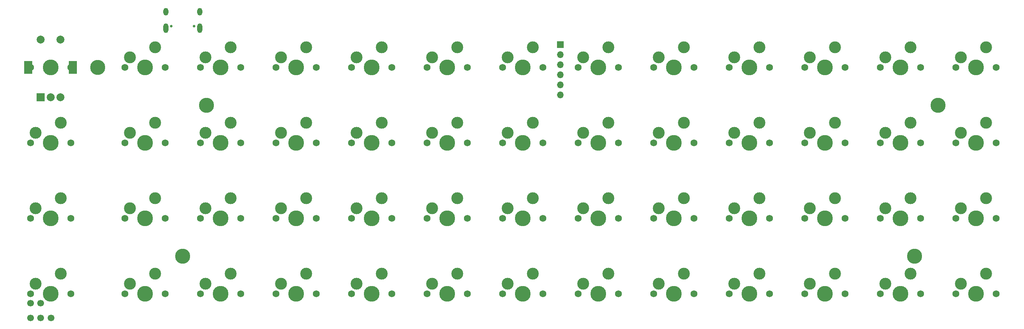
<source format=gts>
G04 #@! TF.GenerationSoftware,KiCad,Pcbnew,(6.0.5-0)*
G04 #@! TF.CreationDate,2022-08-31T07:52:38-05:00*
G04 #@! TF.ProjectId,pcb,7063622e-6b69-4636-9164-5f7063625858,rev?*
G04 #@! TF.SameCoordinates,Original*
G04 #@! TF.FileFunction,Soldermask,Top*
G04 #@! TF.FilePolarity,Negative*
%FSLAX46Y46*%
G04 Gerber Fmt 4.6, Leading zero omitted, Abs format (unit mm)*
G04 Created by KiCad (PCBNEW (6.0.5-0)) date 2022-08-31 07:52:38*
%MOMM*%
%LPD*%
G01*
G04 APERTURE LIST*
%ADD10C,3.000000*%
%ADD11C,1.750000*%
%ADD12C,3.987800*%
%ADD13R,2.000000X2.000000*%
%ADD14C,2.000000*%
%ADD15R,2.000000X3.200000*%
%ADD16C,3.800000*%
%ADD17O,1.700000X1.700000*%
%ADD18R,1.700000X1.700000*%
%ADD19C,0.650000*%
%ADD20O,1.300000X2.400000*%
%ADD21O,1.300000X1.900000*%
%ADD22C,1.700000*%
G04 APERTURE END LIST*
D10*
X121180225Y-50653950D03*
D11*
X119910225Y-53193950D03*
D12*
X124990225Y-53193950D03*
D10*
X127530225Y-48113950D03*
D11*
X130070225Y-53193950D03*
X206270225Y-53193950D03*
D10*
X203730225Y-48113950D03*
X197380225Y-50653950D03*
D11*
X196110225Y-53193950D03*
D12*
X201190225Y-53193950D03*
D11*
X187220225Y-53193950D03*
D10*
X178330225Y-50653950D03*
X184680225Y-48113950D03*
D11*
X177060225Y-53193950D03*
D12*
X182140225Y-53193950D03*
D11*
X168170225Y-53193950D03*
D12*
X163090225Y-53193950D03*
D10*
X165630225Y-48113950D03*
X159280225Y-50653950D03*
D11*
X158010225Y-53193950D03*
X81810225Y-53193950D03*
D12*
X86890225Y-53193950D03*
D10*
X83080225Y-50653950D03*
X89430225Y-48113950D03*
D11*
X91970225Y-53193950D03*
X225320225Y-53193950D03*
D10*
X222780225Y-48113950D03*
D12*
X220240225Y-53193950D03*
D11*
X215160225Y-53193950D03*
D10*
X216430225Y-50653950D03*
D11*
X244370225Y-53193950D03*
D10*
X235480225Y-50653950D03*
X241830225Y-48113950D03*
D11*
X234210225Y-53193950D03*
D12*
X239290225Y-53193950D03*
D11*
X91970225Y-72243950D03*
D12*
X86890225Y-72243950D03*
D10*
X83080225Y-69703950D03*
D11*
X81810225Y-72243950D03*
D10*
X89430225Y-67163950D03*
D11*
X111020225Y-72243950D03*
D10*
X102130225Y-69703950D03*
D11*
X100860225Y-72243950D03*
D10*
X108480225Y-67163950D03*
D12*
X105940225Y-72243950D03*
X144045399Y-72243950D03*
D10*
X146585399Y-67163950D03*
D11*
X138965399Y-72243950D03*
X149125399Y-72243950D03*
D10*
X140235399Y-69703950D03*
X273580225Y-50653950D03*
D12*
X277390225Y-53193950D03*
D10*
X279930225Y-48113950D03*
D11*
X272310225Y-53193950D03*
X282470225Y-53193950D03*
D10*
X165630225Y-67163950D03*
X159280225Y-69703950D03*
D11*
X168170225Y-72243950D03*
X158010225Y-72243950D03*
D12*
X163090225Y-72243950D03*
D11*
X187220225Y-72243950D03*
D12*
X182140225Y-72243950D03*
D11*
X177060225Y-72243950D03*
D10*
X184680225Y-67163950D03*
X178330225Y-69703950D03*
D11*
X196110225Y-72243950D03*
D12*
X201190225Y-72243950D03*
D10*
X203730225Y-67163950D03*
D11*
X206270225Y-72243950D03*
D10*
X197380225Y-69703950D03*
D11*
X111020225Y-110343950D03*
D12*
X105940225Y-110343950D03*
D11*
X100860225Y-110343950D03*
D10*
X108480225Y-105263950D03*
X102130225Y-107803950D03*
D11*
X119910225Y-110343950D03*
D10*
X127530225Y-105263950D03*
D11*
X130070225Y-110343950D03*
D12*
X124990225Y-110343950D03*
D10*
X121180225Y-107803950D03*
X140230225Y-107803950D03*
X146580225Y-105263950D03*
D12*
X144040225Y-110343950D03*
D11*
X149120225Y-110343950D03*
X138960225Y-110343950D03*
D10*
X159280225Y-107803950D03*
D11*
X168170225Y-110343950D03*
D10*
X165630225Y-105263950D03*
D11*
X158010225Y-110343950D03*
D12*
X163090225Y-110343950D03*
X182140225Y-110343950D03*
D11*
X187220225Y-110343950D03*
D10*
X178330225Y-107803950D03*
X184680225Y-105263950D03*
D11*
X177060225Y-110343950D03*
D12*
X220240225Y-110343950D03*
D11*
X225320225Y-110343950D03*
D10*
X222780225Y-105263950D03*
D11*
X215160225Y-110343950D03*
D10*
X216430225Y-107803950D03*
X241830225Y-105263950D03*
X235480225Y-107803950D03*
D11*
X244370225Y-110343950D03*
X234210225Y-110343950D03*
D12*
X239290225Y-110343950D03*
D11*
X253260225Y-110343950D03*
D10*
X254530225Y-107803950D03*
X260880225Y-105263950D03*
D11*
X263420225Y-110343950D03*
D12*
X258340225Y-110343950D03*
D10*
X279930225Y-105263950D03*
D12*
X277390225Y-110343950D03*
D11*
X282470225Y-110343950D03*
X272310225Y-110343950D03*
D10*
X273580225Y-107803950D03*
D11*
X196110225Y-110343950D03*
X206270225Y-110343950D03*
D10*
X203730225Y-105263950D03*
D12*
X201190225Y-110343950D03*
D10*
X197380225Y-107803950D03*
X279930225Y-86213950D03*
D12*
X277390225Y-91293950D03*
D10*
X273580225Y-88753950D03*
D11*
X272310225Y-91293950D03*
X282470225Y-91293950D03*
X253260225Y-91293950D03*
D10*
X260880225Y-86213950D03*
D12*
X258340225Y-91293950D03*
D10*
X254530225Y-88753950D03*
D11*
X263420225Y-91293950D03*
D10*
X216430225Y-88753950D03*
D11*
X215160225Y-91293950D03*
D10*
X222780225Y-86213950D03*
D11*
X225320225Y-91293950D03*
D12*
X220240225Y-91293950D03*
D11*
X187220225Y-91293950D03*
X177060225Y-91293950D03*
D12*
X182140225Y-91293950D03*
D10*
X184680225Y-86213950D03*
X178330225Y-88753950D03*
D11*
X138960225Y-91293950D03*
D10*
X146580225Y-86213950D03*
D11*
X149120225Y-91293950D03*
D12*
X144040225Y-91293950D03*
D10*
X140230225Y-88753950D03*
X83080225Y-88753950D03*
X89430225Y-86213950D03*
D11*
X91970225Y-91293950D03*
X81810225Y-91293950D03*
D12*
X86890225Y-91293950D03*
D11*
X158010225Y-91293950D03*
D10*
X159280225Y-88753950D03*
X165630225Y-86213950D03*
D11*
X168170225Y-91293950D03*
D12*
X163090225Y-91293950D03*
D10*
X298980225Y-67163950D03*
D11*
X301520225Y-72243950D03*
D10*
X292630225Y-69703950D03*
D11*
X291360225Y-72243950D03*
D12*
X296440225Y-72243950D03*
D10*
X127530225Y-86213950D03*
D11*
X130070225Y-91293950D03*
D10*
X121180225Y-88753950D03*
D11*
X119910225Y-91293950D03*
D12*
X124990225Y-91293950D03*
X105940225Y-91293950D03*
D11*
X111020225Y-91293950D03*
D10*
X108480225Y-86213950D03*
X102130225Y-88753950D03*
D11*
X100860225Y-91293950D03*
X263420225Y-72243950D03*
D10*
X260880225Y-67163950D03*
D12*
X258340225Y-72243950D03*
D10*
X254530225Y-69703950D03*
D11*
X253260225Y-72243950D03*
X234210225Y-72243950D03*
D10*
X241830225Y-67163950D03*
D12*
X239290225Y-72243950D03*
D10*
X235480225Y-69703950D03*
D11*
X244370225Y-72243950D03*
D10*
X273580225Y-69703950D03*
D12*
X277390225Y-72243950D03*
D11*
X282470225Y-72243950D03*
D10*
X279930225Y-67163950D03*
D11*
X272310225Y-72243950D03*
D10*
X298980225Y-105263950D03*
D11*
X291360225Y-110343950D03*
D12*
X296440225Y-110343950D03*
D11*
X301520225Y-110343950D03*
D10*
X292630225Y-107803950D03*
X298980225Y-86213950D03*
X292630225Y-88753950D03*
D12*
X296440225Y-91293950D03*
D11*
X301520225Y-91293950D03*
X291360225Y-91293950D03*
D10*
X292630225Y-50653950D03*
D12*
X296440225Y-53193950D03*
D11*
X301520225Y-53193950D03*
X291360225Y-53193950D03*
D10*
X298980225Y-48113950D03*
D13*
X60577713Y-60693958D03*
D14*
X65577713Y-60693958D03*
X63077713Y-60693958D03*
D15*
X57477713Y-53193958D03*
X68677713Y-53193958D03*
D14*
X65577713Y-46193958D03*
X60577713Y-46193958D03*
D10*
X108480225Y-48113950D03*
X102130225Y-50653950D03*
D11*
X111020225Y-53193950D03*
X100860225Y-53193950D03*
D12*
X105940225Y-53193950D03*
X144040225Y-53193950D03*
D11*
X149120225Y-53193950D03*
D10*
X140230225Y-50653950D03*
D11*
X138960225Y-53193950D03*
D10*
X146580225Y-48113950D03*
D12*
X63077713Y-110344006D03*
D10*
X65617713Y-105264006D03*
D11*
X57997713Y-110344006D03*
X68157713Y-110344006D03*
D10*
X59267713Y-107804006D03*
D11*
X57997713Y-72243974D03*
D10*
X59267713Y-69703974D03*
X65617713Y-67163974D03*
D11*
X68157713Y-72243974D03*
D12*
X63077713Y-72243974D03*
D10*
X59267713Y-88753990D03*
X65617713Y-86213990D03*
D11*
X68157713Y-91293990D03*
D12*
X63077713Y-91293990D03*
D11*
X57997713Y-91293990D03*
D12*
X201190225Y-91293950D03*
D10*
X203730225Y-86213950D03*
D11*
X206270225Y-91293950D03*
X196110225Y-91293950D03*
D10*
X197380225Y-88753950D03*
X241830225Y-86213950D03*
D11*
X244370225Y-91293950D03*
D12*
X239290225Y-91293950D03*
D11*
X234210225Y-91293950D03*
D10*
X235480225Y-88753950D03*
D11*
X91970225Y-110343950D03*
D10*
X89430225Y-105263950D03*
D11*
X81810225Y-110343950D03*
D10*
X83080225Y-107803950D03*
D12*
X86890225Y-110343950D03*
D10*
X254530225Y-50653950D03*
X260880225Y-48113950D03*
D11*
X253260225Y-53193950D03*
D12*
X258340225Y-53193950D03*
D11*
X263420225Y-53193950D03*
D10*
X121180225Y-69703950D03*
X127530225Y-67163950D03*
D11*
X119910225Y-72243950D03*
D12*
X124990225Y-72243950D03*
D11*
X130070225Y-72243950D03*
X215160225Y-72243950D03*
D12*
X220240225Y-72243950D03*
D10*
X222780225Y-67163950D03*
D11*
X225320225Y-72243950D03*
D10*
X216430225Y-69703950D03*
D16*
X74983973Y-53193950D03*
X286915393Y-62718958D03*
X280962279Y-100818990D03*
X96415233Y-100818990D03*
X102368363Y-62718958D03*
D11*
X68157713Y-53193958D03*
D12*
X63077713Y-53193958D03*
D11*
X57997713Y-53193958D03*
D17*
X191665313Y-60143950D03*
X191665313Y-49983950D03*
X191665313Y-55063950D03*
X191665313Y-57603950D03*
X191665313Y-52523950D03*
D18*
X191665313Y-47443950D03*
D19*
X93525217Y-42765450D03*
X99305217Y-42765450D03*
D20*
X92115217Y-43316450D03*
X100715217Y-43316450D03*
D21*
X100715217Y-39116450D03*
X92115217Y-39116450D03*
D22*
X58000000Y-116400000D03*
X60600000Y-116400000D03*
X63200000Y-116400000D03*
X58000000Y-112700000D03*
X60600000Y-112700000D03*
M02*

</source>
